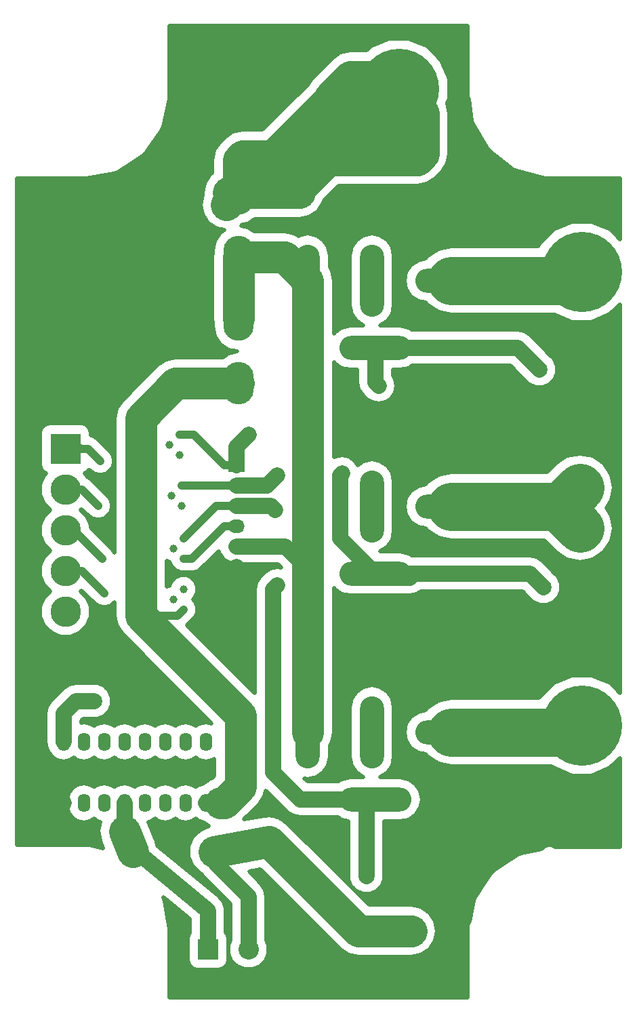
<source format=gbr>
G04 #@! TF.FileFunction,Copper,L2,Bot,Signal*
%FSLAX46Y46*%
G04 Gerber Fmt 4.6, Leading zero omitted, Abs format (unit mm)*
G04 Created by KiCad (PCBNEW 4.0.6) date Monday, 02 August 2021 'AMt' 08:08:07*
%MOMM*%
%LPD*%
G01*
G04 APERTURE LIST*
%ADD10C,0.100000*%
%ADD11C,1.998980*%
%ADD12O,3.800000X5.500000*%
%ADD13O,3.800000X5.300000*%
%ADD14C,1.000760*%
%ADD15O,1.600000X2.300000*%
%ADD16C,3.000000*%
%ADD17O,9.000000X3.000000*%
%ADD18O,3.000000X9.000000*%
%ADD19R,2.540000X2.540000*%
%ADD20C,2.540000*%
%ADD21C,3.810000*%
%ADD22R,3.810000X3.810000*%
%ADD23C,10.000000*%
%ADD24R,2.032000X1.727200*%
%ADD25O,2.032000X1.727200*%
%ADD26C,0.600000*%
%ADD27C,2.000000*%
%ADD28C,1.000000*%
%ADD29C,4.000000*%
%ADD30C,6.000000*%
%ADD31C,0.500000*%
G04 APERTURE END LIST*
D10*
D11*
X4950000Y40069000D03*
X12570000Y40069000D03*
X68196000Y73851000D03*
X68196000Y81471000D03*
X68704000Y46673000D03*
X68704000Y54293000D03*
X54226000Y18225000D03*
X46606000Y18225000D03*
D12*
X30604000Y87757000D03*
D13*
X30604000Y79757000D03*
D14*
X22476000Y52769000D03*
X23746000Y54039000D03*
X23746000Y51499000D03*
X21968000Y72073000D03*
X23238000Y73343000D03*
X23238000Y70803000D03*
X22222000Y65723000D03*
X23492000Y66993000D03*
X23492000Y64453000D03*
X22476000Y59119000D03*
X23746000Y60389000D03*
X23746000Y57849000D03*
D15*
X8760000Y27369000D03*
X11300000Y27369000D03*
X13840000Y27369000D03*
X16380000Y27369000D03*
X18920000Y27369000D03*
X21460000Y27369000D03*
X24000000Y27369000D03*
X26540000Y27369000D03*
X26540000Y34989000D03*
X24000000Y34989000D03*
X21460000Y34989000D03*
X18920000Y34989000D03*
X16380000Y34989000D03*
X13840000Y34989000D03*
X11300000Y34989000D03*
X8760000Y34989000D03*
D12*
X30604000Y103505000D03*
D13*
X30604000Y95505000D03*
D16*
X27556000Y21273000D03*
X17396000Y21273000D03*
D17*
X47700000Y84169000D03*
X47700000Y100969000D03*
X57200000Y92569000D03*
D18*
X47300000Y92569000D03*
X39300000Y92569000D03*
D17*
X47700000Y55975000D03*
X47700000Y72775000D03*
X57200000Y64375000D03*
D18*
X47300000Y64375000D03*
X39300000Y64375000D03*
D17*
X47700000Y27781000D03*
X47700000Y44581000D03*
X57200000Y36181000D03*
D18*
X47300000Y36181000D03*
X39300000Y36181000D03*
D19*
X26794000Y9081000D03*
D20*
X31874000Y9081000D03*
X36954000Y9081000D03*
D21*
X9014000Y66485000D03*
X9014000Y61405000D03*
D22*
X9014000Y71565000D03*
D21*
X9014000Y56325000D03*
X9014000Y51245000D03*
X9014000Y46165000D03*
D16*
X52194000Y11367000D03*
X47114000Y11367000D03*
X73276000Y61659000D03*
X73276000Y66739000D03*
D23*
X73530000Y93663000D03*
X73530000Y37021000D03*
X50670000Y116523000D03*
X30096000Y116777000D03*
D24*
X30350000Y69533000D03*
D25*
X30350000Y66993000D03*
X30350000Y64453000D03*
X30350000Y61913000D03*
X30350000Y59373000D03*
X30350000Y56833000D03*
D26*
X31112000Y52261000D03*
X65656000Y100521000D03*
X13078000Y64453000D03*
X13840000Y53531000D03*
X13586000Y57849000D03*
X13332000Y70041000D03*
X48130000Y79439000D03*
X31874000Y73343000D03*
X35430000Y68263000D03*
X43558000Y68517000D03*
X35430000Y54547000D03*
X35176000Y63945000D03*
D27*
X54226000Y18225000D02*
X54226000Y16955000D01*
X41780000Y4255000D02*
X36954000Y9081000D01*
X53718000Y4255000D02*
X41780000Y4255000D01*
X57020000Y7557000D02*
X53718000Y4255000D01*
X57020000Y14161000D02*
X57020000Y7557000D01*
X54226000Y16955000D02*
X57020000Y14161000D01*
X4950000Y40069000D02*
X4950000Y42101000D01*
X4950000Y42101000D02*
X9014000Y46165000D01*
X4950000Y40069000D02*
X4950000Y29655000D01*
X7236000Y27369000D02*
X8760000Y27369000D01*
X4950000Y29655000D02*
X7236000Y27369000D01*
X47700000Y72775000D02*
X67120000Y72775000D01*
X67120000Y72775000D02*
X68196000Y73851000D01*
X30350000Y56833000D02*
X30350000Y53023000D01*
X30350000Y53023000D02*
X31112000Y52261000D01*
X47700000Y44581000D02*
X66612000Y44581000D01*
X66612000Y44581000D02*
X68704000Y46673000D01*
X47700000Y100969000D02*
X65208000Y100969000D01*
X65208000Y100969000D02*
X65656000Y100521000D01*
D28*
X52018000Y72267000D02*
X52018000Y72249000D01*
X51940000Y72345000D02*
X52018000Y72267000D01*
D29*
X28318000Y27369000D02*
X28826000Y27369000D01*
X30858000Y38291000D02*
X18412000Y50737000D01*
X30858000Y29401000D02*
X30858000Y38291000D01*
X28826000Y27369000D02*
X30858000Y29401000D01*
D27*
X26540000Y27369000D02*
X28318000Y27369000D01*
D29*
X18412000Y75375000D02*
X18412000Y50737000D01*
X22794000Y79757000D02*
X18412000Y75375000D01*
X30604000Y79757000D02*
X22794000Y79757000D01*
D28*
X18412000Y50737000D02*
X22984000Y50737000D01*
X22984000Y50737000D02*
X23746000Y51499000D01*
D27*
X12570000Y40069000D02*
X10284000Y40069000D01*
X8760000Y38545000D02*
X8760000Y34989000D01*
X10284000Y40069000D02*
X8760000Y38545000D01*
X30350000Y59373000D02*
X36446000Y59373000D01*
X36446000Y59373000D02*
X39300000Y56519000D01*
D29*
X39300000Y64375000D02*
X39300000Y56519000D01*
X39300000Y56519000D02*
X39300000Y36181000D01*
X30604000Y95505000D02*
X36364000Y95505000D01*
X36364000Y95505000D02*
X39300000Y92569000D01*
X39300000Y92569000D02*
X39300000Y64375000D01*
X30604000Y95505000D02*
X30604000Y87757000D01*
D27*
X17396000Y21273000D02*
X17904000Y21273000D01*
X17904000Y21273000D02*
X26794000Y13907000D01*
X26794000Y13907000D02*
X26794000Y9081000D01*
D29*
X17396000Y21273000D02*
X16380000Y23813000D01*
D27*
X16380000Y23813000D02*
X16380000Y27369000D01*
D28*
X28826000Y61913000D02*
X30350000Y61913000D01*
X24762000Y57849000D02*
X28826000Y61913000D01*
X23746000Y57849000D02*
X24762000Y57849000D01*
D27*
X27556000Y21273000D02*
X27810000Y19749000D01*
X31874000Y15685000D02*
X31874000Y9081000D01*
X27810000Y19749000D02*
X31874000Y15685000D01*
D29*
X47114000Y11367000D02*
X52194000Y11367000D01*
X27556000Y21273000D02*
X34414000Y22543000D01*
X45590000Y11367000D02*
X47114000Y11367000D01*
X34414000Y22543000D02*
X45590000Y11367000D01*
D28*
X11046000Y66485000D02*
X9014000Y66485000D01*
X13078000Y64453000D02*
X11046000Y66485000D01*
X11046000Y56325000D02*
X9014000Y56325000D01*
X13840000Y53531000D02*
X11046000Y56325000D01*
X13586000Y57849000D02*
X10030000Y61405000D01*
X10030000Y61405000D02*
X9014000Y61405000D01*
X11808000Y71565000D02*
X9014000Y71565000D01*
X13332000Y70041000D02*
X11808000Y71565000D01*
X10872000Y71645000D02*
X8506000Y71645000D01*
D30*
X70912000Y64375000D02*
X70912000Y64023000D01*
X70912000Y64023000D02*
X73276000Y61659000D01*
X57200000Y64375000D02*
X70912000Y64375000D01*
X70912000Y64375000D02*
X73276000Y66739000D01*
X57200000Y92569000D02*
X72436000Y92569000D01*
X72436000Y92569000D02*
X73530000Y93663000D01*
X57200000Y36181000D02*
X72690000Y36181000D01*
X72690000Y36181000D02*
X73530000Y37021000D01*
D27*
X47700000Y79869000D02*
X47700000Y84169000D01*
X48130000Y79439000D02*
X47700000Y79869000D01*
X47700000Y84169000D02*
X65498000Y84169000D01*
X65498000Y84169000D02*
X68196000Y81471000D01*
D28*
X23238000Y73343000D02*
X25016000Y73343000D01*
X25016000Y73343000D02*
X28826000Y69533000D01*
X28826000Y69533000D02*
X30350000Y69533000D01*
D27*
X30350000Y69533000D02*
X30350000Y71819000D01*
X30350000Y71819000D02*
X31874000Y73343000D01*
X30350000Y66993000D02*
X34160000Y66993000D01*
X34160000Y66993000D02*
X35430000Y68263000D01*
X43304000Y60371000D02*
X47700000Y55975000D01*
X43304000Y68263000D02*
X43304000Y60371000D01*
X43558000Y68517000D02*
X43304000Y68263000D01*
X47700000Y55975000D02*
X67022000Y55975000D01*
X67022000Y55975000D02*
X68704000Y54293000D01*
D28*
X23492000Y66993000D02*
X30350000Y66993000D01*
D27*
X50512000Y55467000D02*
X52018000Y55467000D01*
X30350000Y64453000D02*
X34668000Y64453000D01*
X38320000Y27781000D02*
X47700000Y27781000D01*
X34922000Y31179000D02*
X38320000Y27781000D01*
X34922000Y54039000D02*
X34922000Y31179000D01*
X35430000Y54547000D02*
X34922000Y54039000D01*
X34668000Y64453000D02*
X35176000Y63945000D01*
X46606000Y18225000D02*
X46606000Y26687000D01*
X46606000Y26687000D02*
X47700000Y27781000D01*
D28*
X23746000Y60389000D02*
X27810000Y64453000D01*
X27810000Y64453000D02*
X30350000Y64453000D01*
D29*
X30604000Y103505000D02*
X29398000Y103505000D01*
X50670000Y116523000D02*
X50670000Y109665000D01*
X50670000Y109665000D02*
X49654000Y108649000D01*
X48384000Y114237000D02*
X48384000Y109919000D01*
X49654000Y108649000D02*
X48384000Y109919000D01*
X49654000Y108649000D02*
X53718000Y108649000D01*
X48384000Y114237000D02*
X50670000Y116523000D01*
X38224000Y103505000D02*
X38224000Y104077000D01*
X38224000Y104077000D02*
X41780000Y107633000D01*
X41780000Y107633000D02*
X52956000Y107633000D01*
X52956000Y107633000D02*
X53718000Y108395000D01*
X53718000Y108395000D02*
X53718000Y108649000D01*
X53718000Y108649000D02*
X53718000Y113475000D01*
X53718000Y113475000D02*
X50670000Y116523000D01*
X30604000Y106871000D02*
X30604000Y107633000D01*
X44574000Y118047000D02*
X49146000Y118047000D01*
X42034000Y115507000D02*
X44574000Y118047000D01*
X42034000Y115253000D02*
X42034000Y115507000D01*
X34922000Y108141000D02*
X42034000Y115253000D01*
X31112000Y108141000D02*
X34922000Y108141000D01*
X30604000Y107633000D02*
X31112000Y108141000D01*
X49146000Y118047000D02*
X50670000Y116523000D01*
X30604000Y103505000D02*
X30604000Y106871000D01*
X36192000Y106617000D02*
X46098000Y116523000D01*
X30858000Y106617000D02*
X36192000Y106617000D01*
X30604000Y106871000D02*
X30858000Y106617000D01*
X46098000Y116523000D02*
X50670000Y116523000D01*
X50670000Y116523000D02*
X43304000Y109157000D01*
X36890000Y103505000D02*
X38224000Y103505000D01*
X38224000Y103505000D02*
X30604000Y103505000D01*
X42542000Y109157000D02*
X36890000Y103505000D01*
X43304000Y109157000D02*
X42542000Y109157000D01*
X29144000Y102045000D02*
X30604000Y103505000D01*
D31*
G36*
X59251000Y115761000D02*
X59351860Y115253944D01*
X59389702Y115197309D01*
X59765764Y112545062D01*
X59936808Y112057187D01*
X61754171Y108980540D01*
X62098897Y108595258D01*
X64955304Y106448281D01*
X65197197Y106331971D01*
X65421230Y106224248D01*
X68881817Y105333799D01*
X69048383Y105324545D01*
X69212000Y105292000D01*
X78301000Y105292000D01*
X78301000Y97730225D01*
X77074963Y98958403D01*
X74778656Y99911913D01*
X72292252Y99914083D01*
X69994284Y98964582D01*
X68234597Y97207963D01*
X68073085Y96819000D01*
X57200000Y96819000D01*
X55573595Y96495488D01*
X54194796Y95574204D01*
X54014606Y95304530D01*
X53034972Y95109669D01*
X52142807Y94513544D01*
X51546682Y93621379D01*
X51337351Y92569000D01*
X51546682Y91516621D01*
X52142807Y90624456D01*
X53034972Y90028331D01*
X54014606Y89833470D01*
X54194796Y89563796D01*
X55573595Y88642512D01*
X57200000Y88319000D01*
X70102072Y88319000D01*
X72281344Y87414087D01*
X74767748Y87411917D01*
X77065716Y88361418D01*
X78301000Y89594548D01*
X78301000Y41088225D01*
X77074963Y42316403D01*
X74778656Y43269913D01*
X72292252Y43272083D01*
X69994284Y42322582D01*
X68234597Y40565963D01*
X68178555Y40431000D01*
X57200000Y40431000D01*
X55573595Y40107488D01*
X54194796Y39186204D01*
X54014606Y38916530D01*
X53034972Y38721669D01*
X52142807Y38125544D01*
X51546682Y37233379D01*
X51337351Y36181000D01*
X51546682Y35128621D01*
X52142807Y34236456D01*
X53034972Y33640331D01*
X54014606Y33445470D01*
X54194796Y33175796D01*
X55573595Y32254512D01*
X57200000Y31931000D01*
X69779992Y31931000D01*
X69985037Y31725597D01*
X72281344Y30772087D01*
X74767748Y30769917D01*
X77065716Y31719418D01*
X78301000Y32952548D01*
X78301000Y21836000D01*
X70202245Y21836000D01*
X69973055Y21989140D01*
X69466000Y22089999D01*
X68958945Y21989140D01*
X68529084Y21701916D01*
X68469867Y21613291D01*
X65962253Y21114495D01*
X65729423Y21018055D01*
X65484612Y20916651D01*
X65484610Y20916649D01*
X62518087Y18934483D01*
X62152519Y18568915D01*
X60170349Y15602388D01*
X59972506Y15124752D01*
X59458778Y12542070D01*
X59351860Y12382056D01*
X59251000Y11875000D01*
X59251000Y3040000D01*
X22023000Y3040000D01*
X22023000Y11621000D01*
X21922140Y12128056D01*
X21909240Y12147362D01*
X21405373Y15107903D01*
X21220868Y15590848D01*
X21205258Y15615676D01*
X24544000Y12849290D01*
X24544000Y11130887D01*
X24349924Y10846847D01*
X24249512Y10351000D01*
X24249512Y7811000D01*
X24336673Y7347778D01*
X24610437Y6922337D01*
X25028153Y6636924D01*
X25524000Y6536512D01*
X28064000Y6536512D01*
X28527222Y6623673D01*
X28952663Y6897437D01*
X29238076Y7315153D01*
X29338488Y7811000D01*
X29338488Y10351000D01*
X29251327Y10814222D01*
X29044000Y11136417D01*
X29044000Y13907000D01*
X29023259Y14011271D01*
X29034176Y14117017D01*
X28938229Y14438746D01*
X28872729Y14768038D01*
X28813666Y14856432D01*
X28783284Y14958309D01*
X28571513Y15218839D01*
X28384990Y15497990D01*
X28296597Y15557052D01*
X28229540Y15639549D01*
X20493804Y22049159D01*
X20413549Y22480019D01*
X19398679Y25017196D01*
X19704501Y25078028D01*
X20190000Y25402428D01*
X20675499Y25078028D01*
X21460000Y24921981D01*
X22244501Y25078028D01*
X22730000Y25402428D01*
X23215499Y25078028D01*
X24000000Y24921981D01*
X24784501Y25078028D01*
X25270000Y25402428D01*
X25755499Y25078028D01*
X26116795Y25006162D01*
X26937284Y24457929D01*
X25786329Y23998942D01*
X24877864Y23114219D01*
X24377121Y21949186D01*
X24360333Y20681210D01*
X24830058Y19503329D01*
X25714781Y18594864D01*
X25969113Y18485550D01*
X26076610Y18371126D01*
X26219010Y18158010D01*
X29624000Y14753020D01*
X29624000Y10233636D01*
X29354438Y9584458D01*
X29353563Y8581940D01*
X29736402Y7655399D01*
X30444671Y6945893D01*
X31370542Y6561438D01*
X32373060Y6560563D01*
X33299601Y6943402D01*
X34009107Y7651671D01*
X34393562Y8577542D01*
X34394437Y9580060D01*
X34124000Y10234567D01*
X34124000Y15685000D01*
X33952729Y16546038D01*
X33464990Y17275990D01*
X31958044Y18782936D01*
X33324773Y19036033D01*
X43291903Y9068903D01*
X44346279Y8364392D01*
X45590000Y8117000D01*
X52194000Y8117000D01*
X53437721Y8364392D01*
X54492097Y9068903D01*
X55196608Y10123279D01*
X55444000Y11367000D01*
X55196608Y12610721D01*
X54492097Y13665097D01*
X53437721Y14369608D01*
X52194000Y14617000D01*
X46936194Y14617000D01*
X36712097Y24841097D01*
X36463670Y25007091D01*
X36255218Y25221136D01*
X35941575Y25355943D01*
X35657721Y25545608D01*
X35364683Y25603897D01*
X35090185Y25721879D01*
X34748829Y25726398D01*
X34414000Y25793000D01*
X34120961Y25734711D01*
X33822210Y25738666D01*
X31330417Y25277223D01*
X33156097Y27102903D01*
X33860608Y28157279D01*
X34010116Y28908904D01*
X36729010Y26190010D01*
X37458962Y25702271D01*
X38320000Y25531000D01*
X43099955Y25531000D01*
X43534972Y25240331D01*
X44356000Y25077019D01*
X44356000Y18225000D01*
X44356507Y18222453D01*
X44356120Y17779512D01*
X44526760Y17366533D01*
X44527271Y17363962D01*
X44528714Y17361802D01*
X44697863Y16952431D01*
X45013555Y16636188D01*
X45015010Y16634010D01*
X45017169Y16632567D01*
X45330103Y16319087D01*
X45742782Y16147727D01*
X45744962Y16146271D01*
X45747511Y16145764D01*
X46156586Y15975901D01*
X46603431Y15975511D01*
X46606000Y15975000D01*
X46608547Y15975507D01*
X47051488Y15975120D01*
X47464467Y16145760D01*
X47467038Y16146271D01*
X47469198Y16147714D01*
X47878569Y16316863D01*
X48194812Y16632555D01*
X48196990Y16634010D01*
X48198433Y16636169D01*
X48511913Y16949103D01*
X48683273Y17361782D01*
X48684729Y17363962D01*
X48685236Y17366511D01*
X48855099Y17775586D01*
X48855489Y18222431D01*
X48856000Y18225000D01*
X48856000Y25031000D01*
X50812649Y25031000D01*
X51865028Y25240331D01*
X52757193Y25836456D01*
X53353318Y26728621D01*
X53562649Y27781000D01*
X53353318Y28833379D01*
X52757193Y29725544D01*
X51865028Y30321669D01*
X50812649Y30531000D01*
X48357345Y30531000D01*
X49244544Y31123807D01*
X49840669Y32015972D01*
X50050000Y33068351D01*
X50050000Y39293649D01*
X49840669Y40346028D01*
X49244544Y41238193D01*
X48352379Y41834318D01*
X47300000Y42043649D01*
X46247621Y41834318D01*
X45355456Y41238193D01*
X44759331Y40346028D01*
X44550000Y39293649D01*
X44550000Y33068351D01*
X44759331Y32015972D01*
X45355456Y31123807D01*
X46242655Y30531000D01*
X44587351Y30531000D01*
X43534972Y30321669D01*
X43099955Y30031000D01*
X39251980Y30031000D01*
X38881356Y30401624D01*
X39300000Y30318351D01*
X40352379Y30527682D01*
X41244544Y31123807D01*
X41840669Y32015972D01*
X42050000Y33068351D01*
X42050000Y34559224D01*
X42302608Y34937279D01*
X42550000Y36181000D01*
X42550000Y54169352D01*
X42642807Y54030456D01*
X43534972Y53434331D01*
X44587351Y53225000D01*
X50471781Y53225000D01*
X50512000Y53217000D01*
X52018000Y53217000D01*
X52879038Y53388271D01*
X53382988Y53725000D01*
X66090020Y53725000D01*
X67113010Y52702010D01*
X67115169Y52700567D01*
X67428103Y52387087D01*
X67840782Y52215727D01*
X67842962Y52214271D01*
X67845511Y52213764D01*
X68254586Y52043901D01*
X68701436Y52043511D01*
X68704000Y52043001D01*
X68706542Y52043507D01*
X69149488Y52043120D01*
X69562468Y52213760D01*
X69565037Y52214271D01*
X69567196Y52215713D01*
X69976569Y52384863D01*
X70292812Y52700555D01*
X70294990Y52702010D01*
X70296433Y52704169D01*
X70609913Y53017103D01*
X70781274Y53429785D01*
X70782729Y53431963D01*
X70783236Y53434510D01*
X70953099Y53843586D01*
X70953489Y54290436D01*
X70953999Y54293000D01*
X70953493Y54295542D01*
X70953880Y54738488D01*
X70783240Y55151467D01*
X70782729Y55154038D01*
X70781286Y55156198D01*
X70612137Y55565569D01*
X70296445Y55881812D01*
X70294990Y55883990D01*
X68612990Y57565990D01*
X67883038Y58053729D01*
X67022000Y58225000D01*
X52300045Y58225000D01*
X51865028Y58515669D01*
X50812649Y58725000D01*
X48357345Y58725000D01*
X49244544Y59317807D01*
X49840669Y60209972D01*
X50050000Y61262351D01*
X50050000Y64375000D01*
X51337351Y64375000D01*
X51546682Y63322621D01*
X52142807Y62430456D01*
X53034972Y61834331D01*
X54014606Y61639470D01*
X54194796Y61369796D01*
X55573595Y60448512D01*
X57200000Y60125000D01*
X68799592Y60125000D01*
X70270796Y58653796D01*
X71649596Y57732512D01*
X73276000Y57409000D01*
X74902404Y57732512D01*
X76281204Y58653796D01*
X77202488Y60032596D01*
X77526000Y61659000D01*
X77202488Y63285404D01*
X76592043Y64199000D01*
X77202488Y65112596D01*
X77526000Y66739000D01*
X77202488Y68365404D01*
X76281204Y69744204D01*
X74902404Y70665488D01*
X73276000Y70989000D01*
X71649596Y70665488D01*
X70270796Y69744204D01*
X69151592Y68625000D01*
X57200000Y68625000D01*
X55573595Y68301488D01*
X54194796Y67380204D01*
X54014606Y67110530D01*
X53034972Y66915669D01*
X52142807Y66319544D01*
X51546682Y65427379D01*
X51337351Y64375000D01*
X50050000Y64375000D01*
X50050000Y67487649D01*
X49840669Y68540028D01*
X49244544Y69432193D01*
X48352379Y70028318D01*
X47300000Y70237649D01*
X46247621Y70028318D01*
X45524895Y69545408D01*
X45148990Y70107990D01*
X44419037Y70595729D01*
X43558000Y70766999D01*
X42696962Y70595729D01*
X42550000Y70497532D01*
X42550000Y82363352D01*
X42642807Y82224456D01*
X43534972Y81628331D01*
X44587351Y81419000D01*
X45450000Y81419000D01*
X45450000Y79869000D01*
X45621271Y79007962D01*
X46109010Y78278010D01*
X46539010Y77848010D01*
X47268963Y77360271D01*
X48130000Y77189000D01*
X48991038Y77360271D01*
X49720990Y77848010D01*
X50208729Y78577962D01*
X50380000Y79439000D01*
X50208729Y80300037D01*
X49950000Y80687252D01*
X49950000Y81419000D01*
X50812649Y81419000D01*
X51865028Y81628331D01*
X52300045Y81919000D01*
X64566020Y81919000D01*
X66605010Y79880010D01*
X66607169Y79878567D01*
X66920103Y79565087D01*
X67332782Y79393727D01*
X67334962Y79392271D01*
X67337511Y79391764D01*
X67746586Y79221901D01*
X68193431Y79221511D01*
X68196000Y79221000D01*
X68198547Y79221507D01*
X68641488Y79221120D01*
X69054468Y79391760D01*
X69057037Y79392271D01*
X69059196Y79393713D01*
X69468569Y79562863D01*
X69784812Y79878555D01*
X69786990Y79880010D01*
X69788433Y79882169D01*
X70101913Y80195103D01*
X70273274Y80607785D01*
X70274729Y80609963D01*
X70275236Y80612510D01*
X70445099Y81021586D01*
X70445489Y81468431D01*
X70446000Y81471000D01*
X70445493Y81473547D01*
X70445880Y81916488D01*
X70275240Y82329467D01*
X70274729Y82332038D01*
X70273286Y82334198D01*
X70104137Y82743569D01*
X69788445Y83059812D01*
X69786990Y83061990D01*
X67088990Y85759990D01*
X66359038Y86247729D01*
X65498000Y86419000D01*
X52300045Y86419000D01*
X51865028Y86709669D01*
X50812649Y86919000D01*
X48357345Y86919000D01*
X49244544Y87511807D01*
X49840669Y88403972D01*
X50050000Y89456351D01*
X50050000Y95681649D01*
X49840669Y96734028D01*
X49244544Y97626193D01*
X48352379Y98222318D01*
X47300000Y98431649D01*
X46247621Y98222318D01*
X45355456Y97626193D01*
X44759331Y96734028D01*
X44550000Y95681649D01*
X44550000Y89456351D01*
X44759331Y88403972D01*
X45355456Y87511807D01*
X46242655Y86919000D01*
X44587351Y86919000D01*
X43534972Y86709669D01*
X42642807Y86113544D01*
X42550000Y85974648D01*
X42550000Y92569000D01*
X42302608Y93812721D01*
X42050000Y94190776D01*
X42050000Y95681649D01*
X41840669Y96734028D01*
X41244544Y97626193D01*
X40352379Y98222318D01*
X39300000Y98431649D01*
X38247621Y98222318D01*
X38141154Y98151179D01*
X37607721Y98507608D01*
X36364000Y98755000D01*
X32537740Y98755000D01*
X31809453Y99241627D01*
X30943643Y99413847D01*
X31114862Y99528251D01*
X31809453Y99666414D01*
X32690333Y100255000D01*
X38224000Y100255000D01*
X39467721Y100502392D01*
X40522097Y101206903D01*
X41226608Y102261279D01*
X41281765Y102538571D01*
X43126194Y104383000D01*
X52956000Y104383000D01*
X54199721Y104630392D01*
X55254097Y105334903D01*
X56016097Y106096903D01*
X56720608Y107151279D01*
X56968000Y108395000D01*
X56968000Y113475000D01*
X56720608Y114718721D01*
X56700620Y114748636D01*
X56918913Y115274344D01*
X56921083Y117760748D01*
X55971582Y120058716D01*
X54214963Y121818403D01*
X51918656Y122771913D01*
X49432252Y122774083D01*
X47134284Y121824582D01*
X46605781Y121297000D01*
X44574000Y121297000D01*
X43330279Y121049608D01*
X42275903Y120345097D01*
X39735903Y117805097D01*
X39224432Y117039626D01*
X33575806Y111391000D01*
X31112000Y111391000D01*
X29868279Y111143608D01*
X28813903Y110439097D01*
X28305903Y109931097D01*
X27601392Y108876721D01*
X27354000Y107633000D01*
X27354000Y105972879D01*
X27099903Y105803097D01*
X26395392Y104748721D01*
X26148000Y103505000D01*
X26179636Y103345957D01*
X26141392Y103288721D01*
X25894000Y102045000D01*
X26141392Y100801279D01*
X26845903Y99746903D01*
X27900279Y99042392D01*
X28825068Y98858440D01*
X28376614Y98558792D01*
X27693779Y97536859D01*
X27454000Y96331406D01*
X27454000Y96007733D01*
X27354000Y95505000D01*
X27354000Y87757000D01*
X27454000Y87254267D01*
X27454000Y86828635D01*
X27693779Y85623182D01*
X28376614Y84601249D01*
X29398547Y83918414D01*
X30466324Y83706020D01*
X29398547Y83493627D01*
X28670260Y83007000D01*
X22794000Y83007000D01*
X21550279Y82759608D01*
X20495903Y82055097D01*
X16113903Y77673097D01*
X15409392Y76618721D01*
X15162000Y75375000D01*
X15162000Y58579741D01*
X14823437Y59086437D01*
X12169294Y61740580D01*
X12169546Y62029815D01*
X11690238Y63189829D01*
X10935845Y63945539D01*
X11023292Y64032834D01*
X11840563Y63215563D01*
X12408304Y62836211D01*
X13078000Y62703000D01*
X13747696Y62836211D01*
X14315437Y63215563D01*
X14694789Y63783304D01*
X14828000Y64453000D01*
X14694789Y65122696D01*
X14315437Y65690437D01*
X12283437Y67722437D01*
X11776442Y68061200D01*
X11690238Y68269829D01*
X11446474Y68514018D01*
X11807663Y68746437D01*
X11947309Y68950817D01*
X12094563Y68803563D01*
X12662304Y68424211D01*
X13332000Y68291000D01*
X14001696Y68424211D01*
X14569437Y68803563D01*
X14948789Y69371304D01*
X15082000Y70041000D01*
X14948789Y70710696D01*
X14569437Y71278437D01*
X13045437Y72802437D01*
X12477696Y73181789D01*
X12193488Y73238322D01*
X12193488Y73470000D01*
X12106327Y73933222D01*
X11832563Y74358663D01*
X11414847Y74644076D01*
X10919000Y74744488D01*
X7109000Y74744488D01*
X6645778Y74657327D01*
X6220337Y74383563D01*
X5934924Y73965847D01*
X5834512Y73470000D01*
X5834512Y69660000D01*
X5921673Y69196778D01*
X6195437Y68771337D01*
X6577251Y68510455D01*
X6340881Y68274497D01*
X5859549Y67115322D01*
X5858454Y65860185D01*
X6337762Y64700171D01*
X7092155Y63944461D01*
X6340881Y63194497D01*
X5859549Y62035322D01*
X5858454Y60780185D01*
X6337762Y59620171D01*
X7092155Y58864461D01*
X6340881Y58114497D01*
X5859549Y56955322D01*
X5858454Y55700185D01*
X6337762Y54540171D01*
X7092155Y53784461D01*
X6340881Y53034497D01*
X5859549Y51875322D01*
X5858454Y50620185D01*
X6337762Y49460171D01*
X7224503Y48571881D01*
X8383678Y48090549D01*
X9638815Y48089454D01*
X10798829Y48568762D01*
X11687119Y49455503D01*
X12168451Y50614678D01*
X12169546Y51869815D01*
X11690238Y53029829D01*
X10935845Y53785539D01*
X11023292Y53872834D01*
X12602563Y52293563D01*
X13170304Y51914211D01*
X13840000Y51781000D01*
X14509696Y51914211D01*
X15077437Y52293563D01*
X15162000Y52420121D01*
X15162000Y50737000D01*
X15409392Y49493279D01*
X16113903Y48438903D01*
X27260005Y37292801D01*
X26540000Y37436019D01*
X25755499Y37279972D01*
X25270000Y36955572D01*
X24784501Y37279972D01*
X24000000Y37436019D01*
X23215499Y37279972D01*
X22730000Y36955572D01*
X22244501Y37279972D01*
X21460000Y37436019D01*
X20675499Y37279972D01*
X20190000Y36955572D01*
X19704501Y37279972D01*
X18920000Y37436019D01*
X18135499Y37279972D01*
X17650000Y36955572D01*
X17164501Y37279972D01*
X16380000Y37436019D01*
X15595499Y37279972D01*
X15110000Y36955572D01*
X14624501Y37279972D01*
X13840000Y37436019D01*
X13055499Y37279972D01*
X12570000Y36955572D01*
X12084501Y37279972D01*
X11300000Y37436019D01*
X11010000Y37378334D01*
X11010000Y37613020D01*
X11215981Y37819000D01*
X12570000Y37819000D01*
X12572547Y37819507D01*
X13015488Y37819120D01*
X13428467Y37989760D01*
X13431038Y37990271D01*
X13433198Y37991714D01*
X13842569Y38160863D01*
X14158812Y38476555D01*
X14160990Y38478010D01*
X14162433Y38480169D01*
X14475913Y38793103D01*
X14647273Y39205782D01*
X14648729Y39207962D01*
X14649236Y39210511D01*
X14819099Y39619586D01*
X14819489Y40066431D01*
X14820000Y40069000D01*
X14819493Y40071547D01*
X14819880Y40514488D01*
X14649240Y40927467D01*
X14648729Y40930038D01*
X14647286Y40932198D01*
X14478137Y41341569D01*
X14162445Y41657812D01*
X14160990Y41659990D01*
X14158831Y41661433D01*
X13845897Y41974913D01*
X13433218Y42146273D01*
X13431038Y42147729D01*
X13428489Y42148236D01*
X13019414Y42318099D01*
X12572569Y42318489D01*
X12570000Y42319000D01*
X10284000Y42319000D01*
X9422962Y42147729D01*
X8693009Y41659990D01*
X7169010Y40135990D01*
X6681271Y39406038D01*
X6510000Y38545000D01*
X6510000Y34989000D01*
X6681271Y34127962D01*
X6853600Y33870053D01*
X6866047Y33807480D01*
X7310431Y33142412D01*
X7975499Y32698028D01*
X8760000Y32541981D01*
X9544501Y32698028D01*
X10030000Y33022428D01*
X10515499Y32698028D01*
X11300000Y32541981D01*
X12084501Y32698028D01*
X12570000Y33022428D01*
X13055499Y32698028D01*
X13840000Y32541981D01*
X14624501Y32698028D01*
X15110000Y33022428D01*
X15595499Y32698028D01*
X16380000Y32541981D01*
X17164501Y32698028D01*
X17650000Y33022428D01*
X18135499Y32698028D01*
X18920000Y32541981D01*
X19704501Y32698028D01*
X20190000Y33022428D01*
X20675499Y32698028D01*
X21460000Y32541981D01*
X22244501Y32698028D01*
X22730000Y33022428D01*
X23215499Y32698028D01*
X24000000Y32541981D01*
X24784501Y32698028D01*
X25270000Y33022428D01*
X25755499Y32698028D01*
X26540000Y32541981D01*
X27324501Y32698028D01*
X27608000Y32887456D01*
X27608000Y30747194D01*
X27271679Y30410873D01*
X27074279Y30371608D01*
X26116795Y29731838D01*
X25755499Y29659972D01*
X25270000Y29335572D01*
X24784501Y29659972D01*
X24000000Y29816019D01*
X23215499Y29659972D01*
X22730000Y29335572D01*
X22244501Y29659972D01*
X21460000Y29816019D01*
X20675499Y29659972D01*
X20190000Y29335572D01*
X19704501Y29659972D01*
X18920000Y29816019D01*
X18135499Y29659972D01*
X17650000Y29335572D01*
X17164501Y29659972D01*
X16380000Y29816019D01*
X15595499Y29659972D01*
X15110000Y29335572D01*
X14624501Y29659972D01*
X13840000Y29816019D01*
X13055499Y29659972D01*
X12570000Y29335572D01*
X12084501Y29659972D01*
X11300000Y29816019D01*
X10515499Y29659972D01*
X9850431Y29215588D01*
X9406047Y28550520D01*
X9250000Y27766019D01*
X9250000Y26971981D01*
X9406047Y26187480D01*
X9850431Y25522412D01*
X10515499Y25078028D01*
X11300000Y24921981D01*
X12084501Y25078028D01*
X12570000Y25402428D01*
X13055499Y25078028D01*
X13376066Y25014263D01*
X13130242Y23852625D01*
X13362451Y22605980D01*
X13730545Y21685745D01*
X12102479Y22056862D01*
X11953839Y22060991D01*
X11808000Y22090000D01*
X2973000Y22090000D01*
X2973000Y105292000D01*
X11554000Y105292000D01*
X12061056Y105392860D01*
X12080362Y105405760D01*
X15040902Y105909627D01*
X15523848Y106094131D01*
X18545434Y107993897D01*
X18700943Y108141000D01*
X18921011Y108349172D01*
X20985585Y111260639D01*
X21046829Y111397608D01*
X21196615Y111732598D01*
X21989862Y115212520D01*
X21993991Y115361162D01*
X22023000Y115507000D01*
X22023000Y124342000D01*
X59251000Y124342000D01*
X59251000Y115761000D01*
X59251000Y115761000D01*
G37*
X59251000Y115761000D02*
X59351860Y115253944D01*
X59389702Y115197309D01*
X59765764Y112545062D01*
X59936808Y112057187D01*
X61754171Y108980540D01*
X62098897Y108595258D01*
X64955304Y106448281D01*
X65197197Y106331971D01*
X65421230Y106224248D01*
X68881817Y105333799D01*
X69048383Y105324545D01*
X69212000Y105292000D01*
X78301000Y105292000D01*
X78301000Y97730225D01*
X77074963Y98958403D01*
X74778656Y99911913D01*
X72292252Y99914083D01*
X69994284Y98964582D01*
X68234597Y97207963D01*
X68073085Y96819000D01*
X57200000Y96819000D01*
X55573595Y96495488D01*
X54194796Y95574204D01*
X54014606Y95304530D01*
X53034972Y95109669D01*
X52142807Y94513544D01*
X51546682Y93621379D01*
X51337351Y92569000D01*
X51546682Y91516621D01*
X52142807Y90624456D01*
X53034972Y90028331D01*
X54014606Y89833470D01*
X54194796Y89563796D01*
X55573595Y88642512D01*
X57200000Y88319000D01*
X70102072Y88319000D01*
X72281344Y87414087D01*
X74767748Y87411917D01*
X77065716Y88361418D01*
X78301000Y89594548D01*
X78301000Y41088225D01*
X77074963Y42316403D01*
X74778656Y43269913D01*
X72292252Y43272083D01*
X69994284Y42322582D01*
X68234597Y40565963D01*
X68178555Y40431000D01*
X57200000Y40431000D01*
X55573595Y40107488D01*
X54194796Y39186204D01*
X54014606Y38916530D01*
X53034972Y38721669D01*
X52142807Y38125544D01*
X51546682Y37233379D01*
X51337351Y36181000D01*
X51546682Y35128621D01*
X52142807Y34236456D01*
X53034972Y33640331D01*
X54014606Y33445470D01*
X54194796Y33175796D01*
X55573595Y32254512D01*
X57200000Y31931000D01*
X69779992Y31931000D01*
X69985037Y31725597D01*
X72281344Y30772087D01*
X74767748Y30769917D01*
X77065716Y31719418D01*
X78301000Y32952548D01*
X78301000Y21836000D01*
X70202245Y21836000D01*
X69973055Y21989140D01*
X69466000Y22089999D01*
X68958945Y21989140D01*
X68529084Y21701916D01*
X68469867Y21613291D01*
X65962253Y21114495D01*
X65729423Y21018055D01*
X65484612Y20916651D01*
X65484610Y20916649D01*
X62518087Y18934483D01*
X62152519Y18568915D01*
X60170349Y15602388D01*
X59972506Y15124752D01*
X59458778Y12542070D01*
X59351860Y12382056D01*
X59251000Y11875000D01*
X59251000Y3040000D01*
X22023000Y3040000D01*
X22023000Y11621000D01*
X21922140Y12128056D01*
X21909240Y12147362D01*
X21405373Y15107903D01*
X21220868Y15590848D01*
X21205258Y15615676D01*
X24544000Y12849290D01*
X24544000Y11130887D01*
X24349924Y10846847D01*
X24249512Y10351000D01*
X24249512Y7811000D01*
X24336673Y7347778D01*
X24610437Y6922337D01*
X25028153Y6636924D01*
X25524000Y6536512D01*
X28064000Y6536512D01*
X28527222Y6623673D01*
X28952663Y6897437D01*
X29238076Y7315153D01*
X29338488Y7811000D01*
X29338488Y10351000D01*
X29251327Y10814222D01*
X29044000Y11136417D01*
X29044000Y13907000D01*
X29023259Y14011271D01*
X29034176Y14117017D01*
X28938229Y14438746D01*
X28872729Y14768038D01*
X28813666Y14856432D01*
X28783284Y14958309D01*
X28571513Y15218839D01*
X28384990Y15497990D01*
X28296597Y15557052D01*
X28229540Y15639549D01*
X20493804Y22049159D01*
X20413549Y22480019D01*
X19398679Y25017196D01*
X19704501Y25078028D01*
X20190000Y25402428D01*
X20675499Y25078028D01*
X21460000Y24921981D01*
X22244501Y25078028D01*
X22730000Y25402428D01*
X23215499Y25078028D01*
X24000000Y24921981D01*
X24784501Y25078028D01*
X25270000Y25402428D01*
X25755499Y25078028D01*
X26116795Y25006162D01*
X26937284Y24457929D01*
X25786329Y23998942D01*
X24877864Y23114219D01*
X24377121Y21949186D01*
X24360333Y20681210D01*
X24830058Y19503329D01*
X25714781Y18594864D01*
X25969113Y18485550D01*
X26076610Y18371126D01*
X26219010Y18158010D01*
X29624000Y14753020D01*
X29624000Y10233636D01*
X29354438Y9584458D01*
X29353563Y8581940D01*
X29736402Y7655399D01*
X30444671Y6945893D01*
X31370542Y6561438D01*
X32373060Y6560563D01*
X33299601Y6943402D01*
X34009107Y7651671D01*
X34393562Y8577542D01*
X34394437Y9580060D01*
X34124000Y10234567D01*
X34124000Y15685000D01*
X33952729Y16546038D01*
X33464990Y17275990D01*
X31958044Y18782936D01*
X33324773Y19036033D01*
X43291903Y9068903D01*
X44346279Y8364392D01*
X45590000Y8117000D01*
X52194000Y8117000D01*
X53437721Y8364392D01*
X54492097Y9068903D01*
X55196608Y10123279D01*
X55444000Y11367000D01*
X55196608Y12610721D01*
X54492097Y13665097D01*
X53437721Y14369608D01*
X52194000Y14617000D01*
X46936194Y14617000D01*
X36712097Y24841097D01*
X36463670Y25007091D01*
X36255218Y25221136D01*
X35941575Y25355943D01*
X35657721Y25545608D01*
X35364683Y25603897D01*
X35090185Y25721879D01*
X34748829Y25726398D01*
X34414000Y25793000D01*
X34120961Y25734711D01*
X33822210Y25738666D01*
X31330417Y25277223D01*
X33156097Y27102903D01*
X33860608Y28157279D01*
X34010116Y28908904D01*
X36729010Y26190010D01*
X37458962Y25702271D01*
X38320000Y25531000D01*
X43099955Y25531000D01*
X43534972Y25240331D01*
X44356000Y25077019D01*
X44356000Y18225000D01*
X44356507Y18222453D01*
X44356120Y17779512D01*
X44526760Y17366533D01*
X44527271Y17363962D01*
X44528714Y17361802D01*
X44697863Y16952431D01*
X45013555Y16636188D01*
X45015010Y16634010D01*
X45017169Y16632567D01*
X45330103Y16319087D01*
X45742782Y16147727D01*
X45744962Y16146271D01*
X45747511Y16145764D01*
X46156586Y15975901D01*
X46603431Y15975511D01*
X46606000Y15975000D01*
X46608547Y15975507D01*
X47051488Y15975120D01*
X47464467Y16145760D01*
X47467038Y16146271D01*
X47469198Y16147714D01*
X47878569Y16316863D01*
X48194812Y16632555D01*
X48196990Y16634010D01*
X48198433Y16636169D01*
X48511913Y16949103D01*
X48683273Y17361782D01*
X48684729Y17363962D01*
X48685236Y17366511D01*
X48855099Y17775586D01*
X48855489Y18222431D01*
X48856000Y18225000D01*
X48856000Y25031000D01*
X50812649Y25031000D01*
X51865028Y25240331D01*
X52757193Y25836456D01*
X53353318Y26728621D01*
X53562649Y27781000D01*
X53353318Y28833379D01*
X52757193Y29725544D01*
X51865028Y30321669D01*
X50812649Y30531000D01*
X48357345Y30531000D01*
X49244544Y31123807D01*
X49840669Y32015972D01*
X50050000Y33068351D01*
X50050000Y39293649D01*
X49840669Y40346028D01*
X49244544Y41238193D01*
X48352379Y41834318D01*
X47300000Y42043649D01*
X46247621Y41834318D01*
X45355456Y41238193D01*
X44759331Y40346028D01*
X44550000Y39293649D01*
X44550000Y33068351D01*
X44759331Y32015972D01*
X45355456Y31123807D01*
X46242655Y30531000D01*
X44587351Y30531000D01*
X43534972Y30321669D01*
X43099955Y30031000D01*
X39251980Y30031000D01*
X38881356Y30401624D01*
X39300000Y30318351D01*
X40352379Y30527682D01*
X41244544Y31123807D01*
X41840669Y32015972D01*
X42050000Y33068351D01*
X42050000Y34559224D01*
X42302608Y34937279D01*
X42550000Y36181000D01*
X42550000Y54169352D01*
X42642807Y54030456D01*
X43534972Y53434331D01*
X44587351Y53225000D01*
X50471781Y53225000D01*
X50512000Y53217000D01*
X52018000Y53217000D01*
X52879038Y53388271D01*
X53382988Y53725000D01*
X66090020Y53725000D01*
X67113010Y52702010D01*
X67115169Y52700567D01*
X67428103Y52387087D01*
X67840782Y52215727D01*
X67842962Y52214271D01*
X67845511Y52213764D01*
X68254586Y52043901D01*
X68701436Y52043511D01*
X68704000Y52043001D01*
X68706542Y52043507D01*
X69149488Y52043120D01*
X69562468Y52213760D01*
X69565037Y52214271D01*
X69567196Y52215713D01*
X69976569Y52384863D01*
X70292812Y52700555D01*
X70294990Y52702010D01*
X70296433Y52704169D01*
X70609913Y53017103D01*
X70781274Y53429785D01*
X70782729Y53431963D01*
X70783236Y53434510D01*
X70953099Y53843586D01*
X70953489Y54290436D01*
X70953999Y54293000D01*
X70953493Y54295542D01*
X70953880Y54738488D01*
X70783240Y55151467D01*
X70782729Y55154038D01*
X70781286Y55156198D01*
X70612137Y55565569D01*
X70296445Y55881812D01*
X70294990Y55883990D01*
X68612990Y57565990D01*
X67883038Y58053729D01*
X67022000Y58225000D01*
X52300045Y58225000D01*
X51865028Y58515669D01*
X50812649Y58725000D01*
X48357345Y58725000D01*
X49244544Y59317807D01*
X49840669Y60209972D01*
X50050000Y61262351D01*
X50050000Y64375000D01*
X51337351Y64375000D01*
X51546682Y63322621D01*
X52142807Y62430456D01*
X53034972Y61834331D01*
X54014606Y61639470D01*
X54194796Y61369796D01*
X55573595Y60448512D01*
X57200000Y60125000D01*
X68799592Y60125000D01*
X70270796Y58653796D01*
X71649596Y57732512D01*
X73276000Y57409000D01*
X74902404Y57732512D01*
X76281204Y58653796D01*
X77202488Y60032596D01*
X77526000Y61659000D01*
X77202488Y63285404D01*
X76592043Y64199000D01*
X77202488Y65112596D01*
X77526000Y66739000D01*
X77202488Y68365404D01*
X76281204Y69744204D01*
X74902404Y70665488D01*
X73276000Y70989000D01*
X71649596Y70665488D01*
X70270796Y69744204D01*
X69151592Y68625000D01*
X57200000Y68625000D01*
X55573595Y68301488D01*
X54194796Y67380204D01*
X54014606Y67110530D01*
X53034972Y66915669D01*
X52142807Y66319544D01*
X51546682Y65427379D01*
X51337351Y64375000D01*
X50050000Y64375000D01*
X50050000Y67487649D01*
X49840669Y68540028D01*
X49244544Y69432193D01*
X48352379Y70028318D01*
X47300000Y70237649D01*
X46247621Y70028318D01*
X45524895Y69545408D01*
X45148990Y70107990D01*
X44419037Y70595729D01*
X43558000Y70766999D01*
X42696962Y70595729D01*
X42550000Y70497532D01*
X42550000Y82363352D01*
X42642807Y82224456D01*
X43534972Y81628331D01*
X44587351Y81419000D01*
X45450000Y81419000D01*
X45450000Y79869000D01*
X45621271Y79007962D01*
X46109010Y78278010D01*
X46539010Y77848010D01*
X47268963Y77360271D01*
X48130000Y77189000D01*
X48991038Y77360271D01*
X49720990Y77848010D01*
X50208729Y78577962D01*
X50380000Y79439000D01*
X50208729Y80300037D01*
X49950000Y80687252D01*
X49950000Y81419000D01*
X50812649Y81419000D01*
X51865028Y81628331D01*
X52300045Y81919000D01*
X64566020Y81919000D01*
X66605010Y79880010D01*
X66607169Y79878567D01*
X66920103Y79565087D01*
X67332782Y79393727D01*
X67334962Y79392271D01*
X67337511Y79391764D01*
X67746586Y79221901D01*
X68193431Y79221511D01*
X68196000Y79221000D01*
X68198547Y79221507D01*
X68641488Y79221120D01*
X69054468Y79391760D01*
X69057037Y79392271D01*
X69059196Y79393713D01*
X69468569Y79562863D01*
X69784812Y79878555D01*
X69786990Y79880010D01*
X69788433Y79882169D01*
X70101913Y80195103D01*
X70273274Y80607785D01*
X70274729Y80609963D01*
X70275236Y80612510D01*
X70445099Y81021586D01*
X70445489Y81468431D01*
X70446000Y81471000D01*
X70445493Y81473547D01*
X70445880Y81916488D01*
X70275240Y82329467D01*
X70274729Y82332038D01*
X70273286Y82334198D01*
X70104137Y82743569D01*
X69788445Y83059812D01*
X69786990Y83061990D01*
X67088990Y85759990D01*
X66359038Y86247729D01*
X65498000Y86419000D01*
X52300045Y86419000D01*
X51865028Y86709669D01*
X50812649Y86919000D01*
X48357345Y86919000D01*
X49244544Y87511807D01*
X49840669Y88403972D01*
X50050000Y89456351D01*
X50050000Y95681649D01*
X49840669Y96734028D01*
X49244544Y97626193D01*
X48352379Y98222318D01*
X47300000Y98431649D01*
X46247621Y98222318D01*
X45355456Y97626193D01*
X44759331Y96734028D01*
X44550000Y95681649D01*
X44550000Y89456351D01*
X44759331Y88403972D01*
X45355456Y87511807D01*
X46242655Y86919000D01*
X44587351Y86919000D01*
X43534972Y86709669D01*
X42642807Y86113544D01*
X42550000Y85974648D01*
X42550000Y92569000D01*
X42302608Y93812721D01*
X42050000Y94190776D01*
X42050000Y95681649D01*
X41840669Y96734028D01*
X41244544Y97626193D01*
X40352379Y98222318D01*
X39300000Y98431649D01*
X38247621Y98222318D01*
X38141154Y98151179D01*
X37607721Y98507608D01*
X36364000Y98755000D01*
X32537740Y98755000D01*
X31809453Y99241627D01*
X30943643Y99413847D01*
X31114862Y99528251D01*
X31809453Y99666414D01*
X32690333Y100255000D01*
X38224000Y100255000D01*
X39467721Y100502392D01*
X40522097Y101206903D01*
X41226608Y102261279D01*
X41281765Y102538571D01*
X43126194Y104383000D01*
X52956000Y104383000D01*
X54199721Y104630392D01*
X55254097Y105334903D01*
X56016097Y106096903D01*
X56720608Y107151279D01*
X56968000Y108395000D01*
X56968000Y113475000D01*
X56720608Y114718721D01*
X56700620Y114748636D01*
X56918913Y115274344D01*
X56921083Y117760748D01*
X55971582Y120058716D01*
X54214963Y121818403D01*
X51918656Y122771913D01*
X49432252Y122774083D01*
X47134284Y121824582D01*
X46605781Y121297000D01*
X44574000Y121297000D01*
X43330279Y121049608D01*
X42275903Y120345097D01*
X39735903Y117805097D01*
X39224432Y117039626D01*
X33575806Y111391000D01*
X31112000Y111391000D01*
X29868279Y111143608D01*
X28813903Y110439097D01*
X28305903Y109931097D01*
X27601392Y108876721D01*
X27354000Y107633000D01*
X27354000Y105972879D01*
X27099903Y105803097D01*
X26395392Y104748721D01*
X26148000Y103505000D01*
X26179636Y103345957D01*
X26141392Y103288721D01*
X25894000Y102045000D01*
X26141392Y100801279D01*
X26845903Y99746903D01*
X27900279Y99042392D01*
X28825068Y98858440D01*
X28376614Y98558792D01*
X27693779Y97536859D01*
X27454000Y96331406D01*
X27454000Y96007733D01*
X27354000Y95505000D01*
X27354000Y87757000D01*
X27454000Y87254267D01*
X27454000Y86828635D01*
X27693779Y85623182D01*
X28376614Y84601249D01*
X29398547Y83918414D01*
X30466324Y83706020D01*
X29398547Y83493627D01*
X28670260Y83007000D01*
X22794000Y83007000D01*
X21550279Y82759608D01*
X20495903Y82055097D01*
X16113903Y77673097D01*
X15409392Y76618721D01*
X15162000Y75375000D01*
X15162000Y58579741D01*
X14823437Y59086437D01*
X12169294Y61740580D01*
X12169546Y62029815D01*
X11690238Y63189829D01*
X10935845Y63945539D01*
X11023292Y64032834D01*
X11840563Y63215563D01*
X12408304Y62836211D01*
X13078000Y62703000D01*
X13747696Y62836211D01*
X14315437Y63215563D01*
X14694789Y63783304D01*
X14828000Y64453000D01*
X14694789Y65122696D01*
X14315437Y65690437D01*
X12283437Y67722437D01*
X11776442Y68061200D01*
X11690238Y68269829D01*
X11446474Y68514018D01*
X11807663Y68746437D01*
X11947309Y68950817D01*
X12094563Y68803563D01*
X12662304Y68424211D01*
X13332000Y68291000D01*
X14001696Y68424211D01*
X14569437Y68803563D01*
X14948789Y69371304D01*
X15082000Y70041000D01*
X14948789Y70710696D01*
X14569437Y71278437D01*
X13045437Y72802437D01*
X12477696Y73181789D01*
X12193488Y73238322D01*
X12193488Y73470000D01*
X12106327Y73933222D01*
X11832563Y74358663D01*
X11414847Y74644076D01*
X10919000Y74744488D01*
X7109000Y74744488D01*
X6645778Y74657327D01*
X6220337Y74383563D01*
X5934924Y73965847D01*
X5834512Y73470000D01*
X5834512Y69660000D01*
X5921673Y69196778D01*
X6195437Y68771337D01*
X6577251Y68510455D01*
X6340881Y68274497D01*
X5859549Y67115322D01*
X5858454Y65860185D01*
X6337762Y64700171D01*
X7092155Y63944461D01*
X6340881Y63194497D01*
X5859549Y62035322D01*
X5858454Y60780185D01*
X6337762Y59620171D01*
X7092155Y58864461D01*
X6340881Y58114497D01*
X5859549Y56955322D01*
X5858454Y55700185D01*
X6337762Y54540171D01*
X7092155Y53784461D01*
X6340881Y53034497D01*
X5859549Y51875322D01*
X5858454Y50620185D01*
X6337762Y49460171D01*
X7224503Y48571881D01*
X8383678Y48090549D01*
X9638815Y48089454D01*
X10798829Y48568762D01*
X11687119Y49455503D01*
X12168451Y50614678D01*
X12169546Y51869815D01*
X11690238Y53029829D01*
X10935845Y53785539D01*
X11023292Y53872834D01*
X12602563Y52293563D01*
X13170304Y51914211D01*
X13840000Y51781000D01*
X14509696Y51914211D01*
X15077437Y52293563D01*
X15162000Y52420121D01*
X15162000Y50737000D01*
X15409392Y49493279D01*
X16113903Y48438903D01*
X27260005Y37292801D01*
X26540000Y37436019D01*
X25755499Y37279972D01*
X25270000Y36955572D01*
X24784501Y37279972D01*
X24000000Y37436019D01*
X23215499Y37279972D01*
X22730000Y36955572D01*
X22244501Y37279972D01*
X21460000Y37436019D01*
X20675499Y37279972D01*
X20190000Y36955572D01*
X19704501Y37279972D01*
X18920000Y37436019D01*
X18135499Y37279972D01*
X17650000Y36955572D01*
X17164501Y37279972D01*
X16380000Y37436019D01*
X15595499Y37279972D01*
X15110000Y36955572D01*
X14624501Y37279972D01*
X13840000Y37436019D01*
X13055499Y37279972D01*
X12570000Y36955572D01*
X12084501Y37279972D01*
X11300000Y37436019D01*
X11010000Y37378334D01*
X11010000Y37613020D01*
X11215981Y37819000D01*
X12570000Y37819000D01*
X12572547Y37819507D01*
X13015488Y37819120D01*
X13428467Y37989760D01*
X13431038Y37990271D01*
X13433198Y37991714D01*
X13842569Y38160863D01*
X14158812Y38476555D01*
X14160990Y38478010D01*
X14162433Y38480169D01*
X14475913Y38793103D01*
X14647273Y39205782D01*
X14648729Y39207962D01*
X14649236Y39210511D01*
X14819099Y39619586D01*
X14819489Y40066431D01*
X14820000Y40069000D01*
X14819493Y40071547D01*
X14819880Y40514488D01*
X14649240Y40927467D01*
X14648729Y40930038D01*
X14647286Y40932198D01*
X14478137Y41341569D01*
X14162445Y41657812D01*
X14160990Y41659990D01*
X14158831Y41661433D01*
X13845897Y41974913D01*
X13433218Y42146273D01*
X13431038Y42147729D01*
X13428489Y42148236D01*
X13019414Y42318099D01*
X12572569Y42318489D01*
X12570000Y42319000D01*
X10284000Y42319000D01*
X9422962Y42147729D01*
X8693009Y41659990D01*
X7169010Y40135990D01*
X6681271Y39406038D01*
X6510000Y38545000D01*
X6510000Y34989000D01*
X6681271Y34127962D01*
X6853600Y33870053D01*
X6866047Y33807480D01*
X7310431Y33142412D01*
X7975499Y32698028D01*
X8760000Y32541981D01*
X9544501Y32698028D01*
X10030000Y33022428D01*
X10515499Y32698028D01*
X11300000Y32541981D01*
X12084501Y32698028D01*
X12570000Y33022428D01*
X13055499Y32698028D01*
X13840000Y32541981D01*
X14624501Y32698028D01*
X15110000Y33022428D01*
X15595499Y32698028D01*
X16380000Y32541981D01*
X17164501Y32698028D01*
X17650000Y33022428D01*
X18135499Y32698028D01*
X18920000Y32541981D01*
X19704501Y32698028D01*
X20190000Y33022428D01*
X20675499Y32698028D01*
X21460000Y32541981D01*
X22244501Y32698028D01*
X22730000Y33022428D01*
X23215499Y32698028D01*
X24000000Y32541981D01*
X24784501Y32698028D01*
X25270000Y33022428D01*
X25755499Y32698028D01*
X26540000Y32541981D01*
X27324501Y32698028D01*
X27608000Y32887456D01*
X27608000Y30747194D01*
X27271679Y30410873D01*
X27074279Y30371608D01*
X26116795Y29731838D01*
X25755499Y29659972D01*
X25270000Y29335572D01*
X24784501Y29659972D01*
X24000000Y29816019D01*
X23215499Y29659972D01*
X22730000Y29335572D01*
X22244501Y29659972D01*
X21460000Y29816019D01*
X20675499Y29659972D01*
X20190000Y29335572D01*
X19704501Y29659972D01*
X18920000Y29816019D01*
X18135499Y29659972D01*
X17650000Y29335572D01*
X17164501Y29659972D01*
X16380000Y29816019D01*
X15595499Y29659972D01*
X15110000Y29335572D01*
X14624501Y29659972D01*
X13840000Y29816019D01*
X13055499Y29659972D01*
X12570000Y29335572D01*
X12084501Y29659972D01*
X11300000Y29816019D01*
X10515499Y29659972D01*
X9850431Y29215588D01*
X9406047Y28550520D01*
X9250000Y27766019D01*
X9250000Y26971981D01*
X9406047Y26187480D01*
X9850431Y25522412D01*
X10515499Y25078028D01*
X11300000Y24921981D01*
X12084501Y25078028D01*
X12570000Y25402428D01*
X13055499Y25078028D01*
X13376066Y25014263D01*
X13130242Y23852625D01*
X13362451Y22605980D01*
X13730545Y21685745D01*
X12102479Y22056862D01*
X11953839Y22060991D01*
X11808000Y22090000D01*
X2973000Y22090000D01*
X2973000Y105292000D01*
X11554000Y105292000D01*
X12061056Y105392860D01*
X12080362Y105405760D01*
X15040902Y105909627D01*
X15523848Y106094131D01*
X18545434Y107993897D01*
X18700943Y108141000D01*
X18921011Y108349172D01*
X20985585Y111260639D01*
X21046829Y111397608D01*
X21196615Y111732598D01*
X21989862Y115212520D01*
X21993991Y115361162D01*
X22023000Y115507000D01*
X22023000Y124342000D01*
X59251000Y124342000D01*
X59251000Y115761000D01*
G36*
X28200494Y58564160D02*
X28658665Y57878459D01*
X28723520Y57835124D01*
X28759010Y57782010D01*
X29488962Y57294271D01*
X30350000Y57123000D01*
X35514020Y57123000D01*
X35941829Y56695190D01*
X35430000Y56796999D01*
X34568962Y56625729D01*
X33839009Y56137990D01*
X33331010Y55629990D01*
X32843271Y54900038D01*
X32672000Y54039000D01*
X32672000Y41073194D01*
X24233534Y49511660D01*
X24736034Y50014160D01*
X24736215Y50014235D01*
X25229035Y50506195D01*
X25496076Y51149300D01*
X25496683Y51845645D01*
X25230765Y52489215D01*
X24951412Y52769056D01*
X25229035Y53046195D01*
X25496076Y53689300D01*
X25496683Y54385645D01*
X25230765Y55029215D01*
X24738805Y55522035D01*
X24095700Y55789076D01*
X23399355Y55789683D01*
X22755785Y55523765D01*
X22262965Y55031805D01*
X22033943Y54480259D01*
X21662000Y54326576D01*
X21662000Y57561719D01*
X22034741Y57406943D01*
X22261235Y56858785D01*
X22753195Y56365965D01*
X23396300Y56098924D01*
X24092645Y56098317D01*
X24094298Y56099000D01*
X24762000Y56099000D01*
X25431696Y56232211D01*
X25999437Y56611563D01*
X28159272Y58771398D01*
X28200494Y58564160D01*
X28200494Y58564160D01*
G37*
X28200494Y58564160D02*
X28658665Y57878459D01*
X28723520Y57835124D01*
X28759010Y57782010D01*
X29488962Y57294271D01*
X30350000Y57123000D01*
X35514020Y57123000D01*
X35941829Y56695190D01*
X35430000Y56796999D01*
X34568962Y56625729D01*
X33839009Y56137990D01*
X33331010Y55629990D01*
X32843271Y54900038D01*
X32672000Y54039000D01*
X32672000Y41073194D01*
X24233534Y49511660D01*
X24736034Y50014160D01*
X24736215Y50014235D01*
X25229035Y50506195D01*
X25496076Y51149300D01*
X25496683Y51845645D01*
X25230765Y52489215D01*
X24951412Y52769056D01*
X25229035Y53046195D01*
X25496076Y53689300D01*
X25496683Y54385645D01*
X25230765Y55029215D01*
X24738805Y55522035D01*
X24095700Y55789076D01*
X23399355Y55789683D01*
X22755785Y55523765D01*
X22262965Y55031805D01*
X22033943Y54480259D01*
X21662000Y54326576D01*
X21662000Y57561719D01*
X22034741Y57406943D01*
X22261235Y56858785D01*
X22753195Y56365965D01*
X23396300Y56098924D01*
X24092645Y56098317D01*
X24094298Y56099000D01*
X24762000Y56099000D01*
X25431696Y56232211D01*
X25999437Y56611563D01*
X28159272Y58771398D01*
X28200494Y58564160D01*
M02*

</source>
